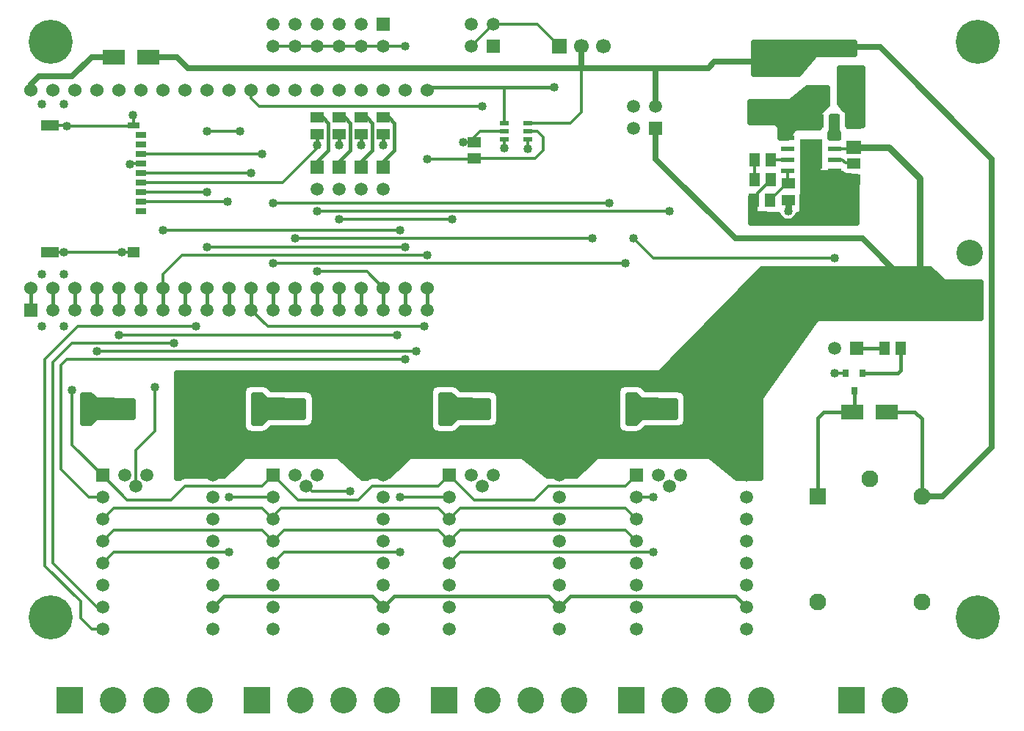
<source format=gbr>
G04 DipTrace 3.3.1.3*
G04 Top.gbr*
%MOIN*%
G04 #@! TF.FileFunction,Copper,L1,Top*
G04 #@! TF.Part,Single*
G04 #@! TA.AperFunction,Conductor*
%ADD14C,0.018*%
%ADD15C,0.015*%
%ADD16C,0.012*%
G04 #@! TA.AperFunction,ViaPad*
%ADD17C,0.03*%
G04 #@! TA.AperFunction,CopperBalancing*
%ADD18C,0.025*%
G04 #@! TA.AperFunction,ComponentPad*
%ADD19C,0.06*%
%ADD26R,0.177165X0.082677*%
%ADD27R,0.051181X0.059055*%
%ADD28R,0.070866X0.062992*%
%ADD30R,0.098425X0.066929*%
G04 #@! TA.AperFunction,ComponentPad*
%ADD31R,0.12X0.12*%
%ADD32C,0.12*%
%ADD33R,0.059055X0.059055*%
%ADD34C,0.059055*%
%ADD35R,0.066929X0.066929*%
%ADD36C,0.066929*%
%ADD37R,0.051181X0.027559*%
%ADD38R,0.07874X0.047244*%
%ADD39R,0.055118X0.047244*%
%ADD40R,0.055118X0.031496*%
G04 #@! TA.AperFunction,ComponentPad*
%ADD41C,0.076772*%
%ADD42R,0.076772X0.076772*%
%ADD43R,0.137795X0.09252*%
G04 #@! TA.AperFunction,ComponentPad*
%ADD44C,0.2*%
%ADD45R,0.031496X0.035433*%
%ADD46R,0.059055X0.051181*%
G04 #@! TA.AperFunction,ComponentPad*
%ADD47R,0.059X0.059*%
%ADD48C,0.059*%
%ADD50R,0.062992X0.024016*%
%ADD51R,0.10315X0.138189*%
%ADD53R,0.043307X0.023622*%
G04 #@! TA.AperFunction,ViaPad*
%ADD54C,0.04*%
%FSLAX26Y26*%
G04*
G70*
G90*
G75*
G01*
G04 Top*
%LPD*%
X1743701Y3143701D2*
D14*
Y3093701D1*
X1843701Y3143701D2*
Y3093701D1*
X1943701Y3143701D2*
Y3093701D1*
X2043701Y3143701D2*
Y3093701D1*
X1268701Y993701D2*
D15*
X1318701Y1043701D1*
X1993701D1*
X2043701Y993701D1*
X2093701Y1043701D1*
X2793701D1*
X2843701Y993701D1*
X2893701Y1043701D1*
X3643701D1*
X3693701Y993701D1*
X2818701Y3356201D2*
X2593701D1*
X2256201D1*
X2243701Y3343701D1*
X943701Y2923622D2*
D16*
X1586122D1*
X1743701Y3081201D1*
Y3093701D1*
X2593701Y3193701D2*
Y3356201D1*
X3881701Y2791701D2*
D17*
Y2843701D1*
X4488189Y1496063D2*
D14*
Y1849213D1*
X4456201Y1881201D1*
X4331201D1*
X4488189Y1496063D2*
D18*
X4583563D1*
X4806201Y1718701D1*
Y3031201D1*
X4299444Y3537958D1*
X4147467D1*
X976181Y3493701D2*
X1106201D1*
X1156201Y3443701D1*
X2943701D1*
X3281201D1*
X3518701D1*
X3547181Y3472181D1*
X3791255D1*
X2943701Y3543701D2*
Y3443701D1*
X3281201Y3268701D2*
Y3443701D1*
X2700000Y3193701D2*
D16*
X2893701D1*
X2943701Y3243701D1*
Y3543701D1*
X3725701Y2843701D2*
Y2856701D1*
X3803701Y2934701D1*
X4147467Y3427722D2*
X4192984D1*
X4207255Y3441992D1*
X4147467Y3427722D2*
X4182525D1*
X4207255Y3402992D1*
X1643701Y2343701D2*
D14*
Y2443701D1*
X2243701Y2343701D2*
Y2443701D1*
X2456201Y3106201D2*
D16*
Y3131201D1*
X2481299Y3156299D1*
X2593701D1*
X528346Y3183465D2*
X603937D1*
X606201Y3181201D1*
X910236Y3183465D2*
Y3227165D1*
X906201Y3231201D1*
X910236Y2605512D2*
X856890D1*
X856201Y2606201D1*
X528346Y2605512D2*
X593012D1*
X593701Y2606201D1*
X2456201Y3106201D2*
X2406201D1*
X943701Y3010236D2*
X897736D1*
X893701Y3006201D1*
X4143898Y2056201D2*
X4093701D1*
X606201Y3181201D2*
X907972D1*
X910236Y3183465D1*
X593701Y2606201D2*
X856201D1*
X1543701Y3543701D2*
X1643701D1*
X1743701D1*
X1843701D1*
X1943701D1*
X2043701D1*
X2143701D1*
X1093701Y2193701D2*
X631201D1*
X543701Y2106201D1*
Y1193701D1*
X743701Y993701D1*
X768701D1*
X1193701Y2268701D2*
X656201D1*
X506201Y2118701D1*
Y1181201D1*
X668701Y1018701D1*
Y943701D1*
X718701Y893701D1*
X768701D1*
X2143701Y2343701D2*
D14*
Y2443701D1*
X768701Y1493701D2*
D16*
X706201D1*
X581201Y1618701D1*
Y2093701D1*
X606201Y2118701D1*
X2143701D1*
X943701Y2880315D2*
X1242815D1*
X1243701Y2631201D2*
X2143701D1*
X2043701Y3218504D2*
D14*
D3*
Y2993701D2*
Y3018701D1*
X2093701Y3068701D1*
Y3193701D1*
X2068898Y3218504D1*
X2043701D1*
X1943701D2*
D3*
Y2993701D2*
Y3018701D1*
X1993701Y3068701D1*
Y3193701D1*
X1968701Y3218701D1*
X1968504Y3218504D1*
X1943701D1*
Y2343701D2*
Y2443701D1*
X1743701Y2343701D2*
Y2443701D1*
X1343701Y2343701D2*
Y2443701D1*
X943701Y2837008D2*
D16*
X1337894D1*
X1143701Y2343701D2*
D14*
Y2443701D1*
X1443701Y2343701D2*
Y2443701D1*
X768701Y1393701D2*
D16*
X818701Y1443701D1*
X1493701D1*
X1543701Y1393701D1*
X2343701D2*
X2293701Y1443701D1*
X1581201D1*
X1531201Y1393701D1*
X1543701D1*
X2343701D2*
X2393701Y1443701D1*
X3143701D1*
X3193701Y1393701D1*
X2231201Y2268701D2*
X1518701D1*
X1443701Y2343701D1*
X943701Y2966929D2*
X1441929D1*
X1243701Y2343701D2*
D14*
Y2443701D1*
X768701Y1293701D2*
D16*
X818701Y1343701D1*
X1493701D1*
X1543701Y1293701D1*
X1593701Y1343701D1*
X2293701D1*
X2343701Y1293701D1*
X2393701Y1343701D1*
X3143701D1*
X3193701Y1293701D1*
X1393701Y3156201D2*
X1243701D1*
X743701Y2343701D2*
D14*
Y2443701D1*
X2193701Y2156201D2*
D16*
X743701D1*
X2993701Y2668701D2*
X1643701D1*
X1843701Y3218504D2*
D14*
D3*
Y2993701D2*
Y3018701D1*
X1893701Y3068701D1*
Y3193701D1*
X1868701Y3218701D1*
X1843898D1*
X1543701Y2343701D2*
Y2443701D1*
X3143701Y2556201D2*
D16*
X1543701D1*
X943701Y3053543D2*
X1493701D1*
X443701Y3343701D2*
D18*
Y3368701D1*
X481201Y3406201D1*
X631201D1*
X718701Y3493701D1*
X818701D1*
X2700000Y3118898D2*
D16*
Y3074902D1*
X4093701Y2581201D2*
X3268701D1*
X3181201Y2668701D1*
X2443701Y3543701D2*
X2543701Y3643701D1*
X2743701D1*
X2843701Y3543701D1*
X1743701Y3218504D2*
D14*
D3*
Y2993701D2*
Y3018701D1*
X1793701Y3068701D1*
Y3193701D1*
X1768898Y3218504D1*
X1743701D1*
X4218701Y2056201D2*
X4381201D1*
X4393504Y2068504D1*
Y2168701D1*
X4181299Y1977461D2*
Y1906299D1*
X4173720Y1898720D1*
Y1881201D1*
X4043701D1*
X4015748Y1853248D1*
Y1496063D1*
X2343701Y1193701D2*
D16*
X2393701Y1243701D1*
X3268701D1*
Y1493701D2*
X3193701D1*
X1443701Y3343701D2*
Y3306201D1*
X1481201Y3268701D1*
X2493701D1*
X2593701Y3081201D2*
Y3118898D1*
X2043701Y2343701D2*
D14*
Y2443701D1*
X1743701Y2518701D2*
D16*
X1968701D1*
X2043701Y2443701D1*
X1843701Y2343701D2*
D14*
Y2443701D1*
X4318701Y2168701D2*
X4193701D1*
X768701Y1193701D2*
D16*
X818701Y1243701D1*
X1343701D1*
Y1493701D2*
X1543701D1*
Y1193701D2*
X1593701Y1243701D1*
X2118701D1*
Y1493701D2*
X2343701D1*
X943701Y2343701D2*
D14*
Y2443701D1*
X843701Y2343701D2*
Y2443701D1*
X2106201Y2231201D2*
D16*
X843701D1*
X643701Y2343701D2*
D14*
Y2443701D1*
X543701Y2343701D2*
Y2443701D1*
X443701Y2343701D2*
Y2443701D1*
X4091344Y3027753D2*
D16*
X4126648D1*
X4141701Y3012701D1*
X4177504D1*
X4180701Y3009504D1*
X1043701Y2343701D2*
D14*
Y2443701D1*
D16*
Y2506201D1*
X1131201Y2593701D1*
X2243701D1*
Y3031201D2*
X2456004D1*
X2456201Y3031398D1*
X2731398D1*
X2768701Y3068701D1*
Y3131201D1*
X2743602Y3156299D1*
X2700000D1*
X918701Y1543701D2*
Y1706201D1*
X1006201Y1793701D1*
Y1993701D1*
X1043701Y2706201D2*
X2118701D1*
X1693701Y1543701D2*
X1718701Y1518701D1*
X1893701D1*
X2356201Y2756201D2*
X1843701D1*
X3343701Y2793701D2*
X1743701D1*
X3068701Y2831201D2*
X1543701D1*
X3803701Y3025701D2*
X3876693D1*
X3878745Y3027753D1*
X3728898Y2934701D2*
Y3025701D1*
X3878745Y2977753D2*
Y2921459D1*
X3881701Y2918504D1*
X3875307D1*
X3800504Y2843701D1*
X1543701Y1593701D2*
X1656201Y1481201D1*
X1931201D1*
X1993701Y1543701D1*
X2293701D1*
X2343701Y1593701D1*
X2456201Y1481201D1*
X2731201D1*
X2793701Y1543701D1*
X3143701D1*
X3193701Y1593701D1*
X768701D2*
X881201Y1481201D1*
X1081201D1*
X1143701Y1543701D1*
X1493701D1*
X1543701Y1593701D1*
X631201Y1981201D2*
Y1731201D1*
X768701Y1593701D1*
X4091344Y3077753D2*
X4173990D1*
X4180701Y3084465D1*
X3281201Y3168701D2*
D18*
Y3031201D1*
X3643701Y2668701D1*
X4218701D1*
X4481201Y2406201D1*
X4549459D1*
X4706201D1*
X4180701Y3084465D2*
D17*
X4340437D1*
X4481201Y2943701D1*
Y2474459D1*
X4549459Y2406201D1*
D54*
X2818701Y3356201D3*
X1093701Y2193701D3*
X1193701Y2268701D3*
X2143701Y2118701D3*
X1242815Y2880315D3*
X1243701Y2631201D3*
X2143701D3*
X2043701Y3218504D3*
X1943701D3*
X1337894Y2837008D3*
X2231201Y2268701D3*
X1441929Y2966929D3*
X1393701Y3156201D3*
X1243701D3*
X2193701Y2156201D3*
X743701D3*
X2993701Y2668701D3*
X1643701D3*
X1843701Y3218504D3*
X3143701Y2556201D3*
X1543701D3*
X1493701Y3053543D3*
X1543701Y2556201D3*
X2700000Y3074902D3*
X4093701Y2581201D3*
X3181201Y2668701D3*
X1743701Y3218504D3*
X3268701Y1243701D3*
Y1493701D3*
X2493701Y3268701D3*
X2593701Y3081201D3*
X1743701Y2518701D3*
X1343701Y1243701D3*
Y1493701D3*
X2118701Y1243701D3*
Y1493701D3*
X2106201Y2231201D3*
X843701D3*
X2243701Y2593701D3*
Y3031201D3*
X1006201Y1993701D3*
X1043701Y2706201D3*
X2118701D3*
X1893701Y1518701D3*
X2356201Y2756201D3*
X1843701D3*
X3343701Y2793701D3*
X1743701D3*
X3068701Y2831201D3*
X1543701D3*
X631201Y1981201D3*
X606201Y3181201D3*
X593701Y2606201D3*
X856201D3*
X906201Y3231201D3*
X2406201Y3106201D3*
X893701Y3006201D3*
X4093701Y2056201D3*
X2143701Y3543701D3*
X493701Y2506201D3*
Y2268701D3*
X593701D3*
Y2506201D3*
X493701Y3281201D3*
X593701D3*
D17*
X3959701Y3090701D3*
X3985701D3*
X4011701D3*
X3959701Y3051701D3*
X3985701D3*
X4011701D3*
X3959701Y3012701D3*
X3985701D3*
X4011701D3*
X4207255Y3441992D3*
Y3402992D3*
D54*
X3881701Y2791701D3*
X3752255Y3545992D3*
X1468701Y1943701D3*
Y1893701D3*
Y1843701D3*
X2318701Y1893701D3*
Y1943701D3*
Y1843701D3*
X693701Y1893701D3*
Y1943701D3*
Y1843701D3*
X3168701Y1893701D3*
Y1943701D3*
Y1843701D3*
X1743701Y3093701D3*
X1843701D3*
X1943701D3*
X2043701D3*
X3728273Y3534623D2*
D18*
X4179253D1*
X3728273Y3509755D2*
X4179253D1*
X3728273Y3484886D2*
X3985585D1*
X3728273Y3460017D2*
X3964378D1*
X3728273Y3435148D2*
X3943207D1*
X3725755Y3559469D2*
Y3415501D1*
X3928755Y3415231D1*
X4004126Y3503488D1*
X4006567Y3505123D1*
X4009323Y3506143D1*
X4012244Y3506492D1*
X4181736D1*
X4181755Y3559480D1*
X3725786Y3559492D1*
X3943411Y3327860D2*
X4057475D1*
X3913592Y3302991D2*
X4057475D1*
X3712533Y3278122D2*
X4057475D1*
X3712533Y3253253D2*
X4034079D1*
X3712533Y3228385D2*
X4019976D1*
X3712533Y3203516D2*
X4019976D1*
X3848031Y3178647D2*
X4019976D1*
X3850005Y3153778D2*
X3894633D1*
X3850005Y3128909D2*
X3876870D1*
X3891209Y3290235D2*
X3709993D1*
X3710014Y3196482D1*
X3824457Y3196344D1*
X3827285Y3195546D1*
X3829849Y3194110D1*
X3836340Y3187837D1*
X3845113Y3178846D1*
X3846549Y3176282D1*
X3847346Y3173454D1*
X3847500Y3162312D1*
Y3127756D1*
X3878528Y3127755D1*
X3907332Y3167768D1*
X3909625Y3169605D1*
X3912283Y3170857D1*
X3915160Y3171453D1*
X4022495Y3171500D1*
X4022633Y3235948D1*
X4023430Y3238776D1*
X4024866Y3241340D1*
X4032636Y3249327D1*
X4059971Y3276661D1*
X4059975Y3352694D1*
X3970756Y3352728D1*
X3897646Y3291999D1*
X3894962Y3290801D1*
X3892070Y3290262D1*
X4118344Y3417623D2*
X4218269D1*
X4118416Y3392755D2*
X4218269D1*
X4118488Y3367886D2*
X4218269D1*
X4118559Y3343017D2*
X4218269D1*
X4118631Y3318148D2*
X4218269D1*
X4118667Y3293280D2*
X4218269D1*
X4130689Y3268411D2*
X4218269D1*
X4152004Y3243542D2*
X4218269D1*
X4156453Y3218673D2*
X4218269D1*
X4156848Y3193804D2*
X4218269D1*
X4137332Y3257728D2*
X4145594D1*
Y3248076D1*
X4151770Y3240693D1*
X4153043Y3238043D1*
X4153663Y3235172D1*
X4154556Y3181484D1*
X4220734Y3181492D1*
X4220755Y3442466D1*
X4115806Y3442492D1*
X4116210Y3282387D1*
X4137336Y3257728D1*
X3955538Y3077886D2*
X4013730D1*
X3955035Y3053017D2*
X4013730D1*
X3954568Y3028148D2*
X4013730D1*
X3954102Y3003280D2*
X4013730D1*
X3953600Y2978411D2*
X4013730D1*
X3953134Y2953542D2*
X4140472D1*
X3952667Y2928673D2*
X4191715D1*
X3952164Y2903804D2*
X4191715D1*
X3951698Y2878936D2*
X4191715D1*
X3714719Y2854067D2*
X3726245D1*
X3951231D2*
X4191715D1*
X3714719Y2829198D2*
X3726245D1*
X3950730D2*
X4191715D1*
X3714719Y2804329D2*
X3726245D1*
X3950262D2*
X4191715D1*
X3714719Y2779461D2*
X3732505D1*
X3943731D2*
X4191715D1*
X3714719Y2754592D2*
X3851175D1*
X3912226D2*
X4191715D1*
X4135213Y2957413D2*
X4124673D1*
Y2962688D1*
X4113283Y2965269D1*
X4026774Y2965423D1*
X4023946Y2966220D1*
X4021382Y2967656D1*
X4019224Y2969651D1*
X4017592Y2972094D1*
X4016575Y2974850D1*
X4016230Y2977769D1*
Y3102753D1*
X3953480Y3102755D1*
X3947336Y2788333D1*
X3946538Y2785505D1*
X3945102Y2782941D1*
X3943108Y2780783D1*
X3940664Y2779151D1*
X3937908Y2778134D1*
X3934990Y2777789D1*
X3926054D1*
X3923133Y2770591D1*
X3919320Y2764369D1*
X3914581Y2758820D1*
X3909033Y2754081D1*
X3902811Y2750269D1*
X3896070Y2747476D1*
X3888975Y2745773D1*
X3881701Y2745201D1*
X3874427Y2745773D1*
X3867332Y2747476D1*
X3860591Y2750269D1*
X3854369Y2754081D1*
X3848820Y2758820D1*
X3844081Y2764369D1*
X3840269Y2770591D1*
X3837349Y2777785D1*
X3739304Y2777942D1*
X3736476Y2778740D1*
X3733912Y2780176D1*
X3731755Y2782171D1*
X3730122Y2784614D1*
X3729105Y2787370D1*
X3728760Y2790289D1*
Y2858433D1*
X3712234Y2857740D1*
X3712201Y2739190D1*
X4194220Y2739201D1*
X4194201Y2949147D1*
X4144568Y2953112D1*
X4142698Y2953717D1*
X4081238Y3196623D2*
X4101214D1*
X4081238Y3171755D2*
X4101214D1*
X4074995Y3146886D2*
X4107458D1*
X4072476Y3147547D2*
Y3127739D1*
X4109963Y3127755D1*
X4109882Y3147661D1*
X4106108Y3151652D1*
X4104672Y3154217D1*
X4103874Y3157045D1*
X4103720Y3166499D1*
Y3221486D1*
X4078722Y3221492D1*
X4078572Y3157045D1*
X4077774Y3154217D1*
X4076339Y3151652D1*
X4072472Y3147568D1*
X3739747Y2506332D2*
X4548386D1*
X3715562Y2481463D2*
X4573253D1*
X3691340Y2456594D2*
X4752710D1*
X3667118Y2431726D2*
X4752710D1*
X3642896Y2406857D2*
X4752710D1*
X3618675Y2381988D2*
X4752710D1*
X3594488Y2357119D2*
X4752710D1*
X3570266Y2332251D2*
X4752710D1*
X3546045Y2307382D2*
X4752710D1*
X3521823Y2282513D2*
X3992862D1*
X3497636Y2257644D2*
X3975100D1*
X3473415Y2232776D2*
X3957337D1*
X3449193Y2207907D2*
X3939575D1*
X3424971Y2183038D2*
X3921811D1*
X3400749Y2158169D2*
X3904049D1*
X3376563Y2133301D2*
X3886251D1*
X3352341Y2108432D2*
X3868488D1*
X3328119Y2083563D2*
X3850724D1*
X3303898Y2058694D2*
X3832962D1*
X1108719Y2033825D2*
X3815199D1*
X1108719Y2008957D2*
X3797437D1*
X1108719Y1984088D2*
X1405899D1*
X1535274D2*
X2255924D1*
X2397751D2*
X3105913D1*
X3235252D2*
X3779675D1*
X1108719Y1959219D2*
X1402706D1*
X1731417D2*
X2252694D1*
X2568954D2*
X3102684D1*
X3418942D2*
X3761912D1*
X1108719Y1934350D2*
X1402706D1*
X1734718D2*
X2252694D1*
X2572184D2*
X3102684D1*
X3422209D2*
X3753694D1*
X1108719Y1909482D2*
X1402706D1*
X1734718D2*
X2252694D1*
X2572184D2*
X3102684D1*
X3422209D2*
X3753694D1*
X1108719Y1884613D2*
X1402706D1*
X1734718D2*
X2252694D1*
X2572184D2*
X3102684D1*
X3422209D2*
X3753694D1*
X1108719Y1859744D2*
X1402706D1*
X1734718D2*
X2252694D1*
X2572184D2*
X3102684D1*
X3422209D2*
X3753694D1*
X1108719Y1834875D2*
X1402706D1*
X1733677D2*
X2252694D1*
X2571178D2*
X3102684D1*
X3421168D2*
X3753694D1*
X1108719Y1810007D2*
X1403710D1*
X1714839D2*
X2253699D1*
X2552340D2*
X3103688D1*
X3402328D2*
X3753694D1*
X1108719Y1785138D2*
X1422335D1*
X1515071D2*
X2272323D1*
X2377547D2*
X3122348D1*
X3215049D2*
X3753694D1*
X1108719Y1760269D2*
X3753694D1*
X1108719Y1735400D2*
X3753694D1*
X1108719Y1710531D2*
X3753694D1*
X1108719Y1685663D2*
X3753694D1*
X1108719Y1660794D2*
X1391403D1*
X1860205D2*
X2140629D1*
X2701080D2*
X2990617D1*
X3551104D2*
X3753694D1*
X1108719Y1635925D2*
X1366283D1*
X1888554D2*
X2115760D1*
X2732192D2*
X2965749D1*
X3582180D2*
X3753694D1*
X1108719Y1611056D2*
X1341201D1*
X1916903D2*
X2090892D1*
X2763266D2*
X2940882D1*
X3613256D2*
X3753694D1*
X1108719Y1586188D2*
X1127976D1*
X1945215D2*
X1977965D1*
X3644367D2*
X3753694D1*
X2555546Y1973539D2*
X2566453D1*
Y1959150D1*
X2568636Y1952689D1*
X2569583Y1946722D1*
X2569701Y1897769D1*
X2569583Y1840680D1*
X2568636Y1834713D1*
X2566765Y1828957D1*
X2566453Y1826558D1*
Y1813862D1*
X2555508D1*
X2551318Y1810874D1*
X2545934Y1808131D1*
X2540189Y1806265D1*
X2534222Y1805319D1*
X2485269Y1805201D1*
X2397173D1*
X2381205Y1789425D1*
X2376318Y1785874D1*
X2370934Y1783131D1*
X2365189Y1781265D1*
X2359222Y1780319D1*
X2310269Y1780201D1*
X2290680Y1780319D1*
X2284713Y1781265D1*
X2278967Y1783131D1*
X2273584Y1785874D1*
X2268697Y1789425D1*
X2264425Y1793697D1*
X2260874Y1798584D1*
X2258131Y1803967D1*
X2256265Y1809713D1*
X2255319Y1815680D1*
X2255201Y1864633D1*
X2255319Y1971722D1*
X2256265Y1977689D1*
X2258131Y1983434D1*
X2260874Y1988818D1*
X2264425Y1993705D1*
X2268697Y1997976D1*
X2273584Y2001528D1*
X2278967Y2004270D1*
X2284713Y2006136D1*
X2290680Y2007083D1*
X2339633Y2007201D1*
X2359222Y2007083D1*
X2365189Y2006136D1*
X2370934Y2004270D1*
X2376318Y2001528D1*
X2381205Y1997976D1*
X2397152Y1982197D1*
X2534222Y1982083D1*
X2540189Y1981136D1*
X2545934Y1979270D1*
X2551318Y1976528D1*
X2553840Y1974841D1*
X3405546Y1973539D2*
X3416453D1*
Y1959150D1*
X3418638Y1952689D1*
X3419583Y1946722D1*
X3419701Y1897769D1*
X3419583Y1840680D1*
X3418638Y1834713D1*
X3416765Y1828957D1*
X3416453Y1826558D1*
Y1813862D1*
X3405508D1*
X3401318Y1810874D1*
X3395934Y1808131D1*
X3390189Y1806264D1*
X3384222Y1805319D1*
X3335269Y1805201D1*
X3234614D1*
X3218705Y1789425D1*
X3213818Y1785874D1*
X3208434Y1783131D1*
X3202689Y1781264D1*
X3196722Y1780319D1*
X3147769Y1780201D1*
X3140680Y1780319D1*
X3134713Y1781264D1*
X3128967Y1783131D1*
X3123584Y1785874D1*
X3118697Y1789425D1*
X3114425Y1793697D1*
X3110874Y1798584D1*
X3108131Y1803967D1*
X3106264Y1809713D1*
X3105319Y1815680D1*
X3105201Y1864633D1*
X3105319Y1971722D1*
X3106264Y1977689D1*
X3108131Y1983434D1*
X3110874Y1988818D1*
X3114425Y1993705D1*
X3118697Y1997976D1*
X3123584Y2001528D1*
X3128967Y2004270D1*
X3134713Y2006138D1*
X3140680Y2007083D1*
X3189633Y2007201D1*
X3196722Y2007083D1*
X3202689Y2006136D1*
X3208434Y2004270D1*
X3213818Y2001528D1*
X3218705Y1997976D1*
X3234652Y1982197D1*
X3384222Y1982083D1*
X3390189Y1981138D1*
X3395934Y1979270D1*
X3401318Y1976528D1*
X3403840Y1974841D1*
X1452887Y2007201D2*
X1496722Y2007083D1*
X1502689Y2006138D1*
X1508434Y2004270D1*
X1513818Y2001528D1*
X1518705Y1997976D1*
X1534652Y1982197D1*
X1696722Y1982083D1*
X1702689Y1981138D1*
X1708434Y1979270D1*
X1713818Y1976528D1*
X1718705Y1972976D1*
X1722976Y1968705D1*
X1726528Y1963818D1*
X1729270Y1958434D1*
X1731138Y1952689D1*
X1732083Y1946722D1*
X1732201Y1897769D1*
X1732083Y1840680D1*
X1731138Y1834713D1*
X1729270Y1828967D1*
X1726528Y1823584D1*
X1722976Y1818697D1*
X1718705Y1814425D1*
X1713818Y1810874D1*
X1708434Y1808131D1*
X1702689Y1806264D1*
X1696722Y1805319D1*
X1647769Y1805201D1*
X1534626D1*
X1518705Y1789425D1*
X1513818Y1785874D1*
X1508434Y1783131D1*
X1502689Y1781265D1*
X1496722Y1780319D1*
X1447769Y1780201D1*
X1440680Y1780319D1*
X1434713Y1781265D1*
X1428967Y1783131D1*
X1423584Y1785874D1*
X1418697Y1789425D1*
X1414425Y1793697D1*
X1410874Y1798584D1*
X1408131Y1803967D1*
X1406265Y1809713D1*
X1405319Y1815680D1*
X1405201Y1864633D1*
X1405319Y1971722D1*
X1406264Y1977689D1*
X1408131Y1983434D1*
X1410874Y1988818D1*
X1414425Y1993705D1*
X1418697Y1997976D1*
X1423584Y2001528D1*
X1428967Y2004270D1*
X1434713Y2006138D1*
X1440680Y2007083D1*
X1452887Y2007201D1*
X4755201Y2306232D2*
Y2468717D1*
X4591745Y2468854D1*
X4588917Y2469652D1*
X4586353Y2471088D1*
X4578366Y2478858D1*
X4526038Y2531186D1*
X3761449Y2531201D1*
X3301945Y2059304D1*
X3299524Y2057640D1*
X3296781Y2056587D1*
X3293864Y2056202D1*
X1106236Y2056201D1*
X1106201Y1581214D1*
X1119717Y1581201D1*
X1126672Y1584814D1*
X1133312Y1586971D1*
X1140210Y1588064D1*
X1180446Y1588201D1*
X1320646D1*
X1412080Y1678584D1*
X1414650Y1680008D1*
X1417482Y1680793D1*
X1446955Y1680899D1*
X1832690Y1680206D1*
X1835517Y1679404D1*
X1838079Y1677965D1*
X1948434Y1581178D1*
X1969717Y1581201D1*
X1976672Y1584814D1*
X1983312Y1586971D1*
X1990210Y1588064D1*
X2030446Y1588201D1*
X2070529D1*
X2161353Y1678814D1*
X2163917Y1680249D1*
X2166745Y1681047D1*
X2177887Y1681201D1*
X2670656Y1681047D1*
X2673484Y1680249D1*
X2676051Y1678811D1*
X2789573Y1588010D1*
X2802887Y1588201D1*
X2920551D1*
X3011353Y1678814D1*
X3013917Y1680249D1*
X3016745Y1681047D1*
X3027887Y1681201D1*
X3520656Y1681047D1*
X3523484Y1680249D1*
X3526051Y1678811D1*
X3648092Y1581196D1*
X3756198Y1581201D1*
X3756354Y1945656D1*
X3757152Y1948484D1*
X3758045Y1950235D1*
X4009130Y2301741D1*
X4011272Y2303755D1*
X4013824Y2305210D1*
X4016646Y2306030D1*
X4027887Y2306201D1*
X4755223D1*
X683719Y1931332D2*
X735882D1*
X683719Y1906463D2*
X903713D1*
X683719Y1881594D2*
X903713D1*
X683719Y1856726D2*
X903713D1*
X683719Y1831857D2*
X711697D1*
X713497Y1956201D2*
X681202D1*
X681201Y1831228D1*
X713520Y1831201D1*
X736353Y1853814D1*
X738917Y1855249D1*
X741745Y1856047D1*
X752887Y1856201D1*
X906220D1*
X906201Y1931222D1*
X741745Y1931354D1*
X738917Y1932152D1*
X736353Y1933588D1*
X728366Y1941358D1*
X713545Y1956180D1*
X1458719Y1931332D2*
X1510882D1*
X1458719Y1906463D2*
X1678713D1*
X1458719Y1881594D2*
X1678713D1*
X1458719Y1856726D2*
X1678713D1*
X1458719Y1831857D2*
X1486697D1*
X1488497Y1956201D2*
X1456202D1*
X1456201Y1831228D1*
X1488520Y1831201D1*
X1511353Y1853814D1*
X1513917Y1855249D1*
X1516745Y1856047D1*
X1527887Y1856201D1*
X1681220D1*
X1681201Y1931222D1*
X1516745Y1931354D1*
X1513917Y1932152D1*
X1511353Y1933588D1*
X1503366Y1941358D1*
X1488545Y1956180D1*
X2308719Y1931332D2*
X2373406D1*
X2308719Y1906463D2*
X2516189D1*
X2308719Y1881594D2*
X2516189D1*
X2308719Y1856726D2*
X2516189D1*
X2308719Y1831857D2*
X2349184D1*
X2350997Y1956201D2*
X2306214D1*
X2306201Y1831228D1*
X2351039Y1831201D1*
X2373853Y1853814D1*
X2376417Y1855249D1*
X2379245Y1856047D1*
X2390387Y1856201D1*
X2518673D1*
X2518701Y1931222D1*
X2379245Y1931354D1*
X2376417Y1932152D1*
X2373853Y1933588D1*
X2365866Y1941358D1*
X2351045Y1956180D1*
X3158719Y1931332D2*
X3210882D1*
X3158719Y1906463D2*
X3366189D1*
X3158719Y1881594D2*
X3366189D1*
X3158719Y1856726D2*
X3366189D1*
X3158719Y1831857D2*
X3186697D1*
X3188497Y1956201D2*
X3156202D1*
X3156201Y1831228D1*
X3188520Y1831201D1*
X3211353Y1853814D1*
X3213917Y1855249D1*
X3216745Y1856047D1*
X3227887Y1856201D1*
X3368732D1*
X3368701Y1931222D1*
X3216745Y1931354D1*
X3213917Y1932152D1*
X3211353Y1933588D1*
X3203366Y1941358D1*
X3188545Y1956180D1*
D26*
X1181102Y1889764D3*
X826772D3*
X1943701Y1893701D3*
X1589370D3*
X2793701D3*
X2439370D3*
X3643701D3*
X3289370D3*
D27*
X4018701Y3201701D3*
X4093504D3*
D28*
X4180701Y3194701D3*
Y3084465D3*
X4147467Y3427722D3*
Y3537958D3*
D27*
X3803701Y3025701D3*
X3728898D3*
D30*
X818701Y3493701D3*
X976181D3*
X4018701Y3318701D3*
X4176181D3*
X4331201Y1881201D3*
X4173720D3*
D31*
X4706201Y2406201D3*
D32*
Y2603051D3*
D33*
X2543701Y3543701D3*
D34*
X2443701D3*
X2543701Y3643701D3*
X2443701D3*
D33*
X443701Y2343701D3*
D34*
X543701D3*
X643701D3*
X743701D3*
X843701D3*
X943701D3*
X1043701D3*
X1143701D3*
X1243701D3*
X1343701D3*
X1443701D3*
X1543701D3*
X1643701D3*
X1743701D3*
X1843701D3*
X1943701D3*
X2043701D3*
X2143701D3*
X2243701D3*
D33*
X2043701Y3643701D3*
D34*
Y3543701D3*
X1943701Y3643701D3*
Y3543701D3*
X1843701Y3643701D3*
Y3543701D3*
X1743701Y3643701D3*
Y3543701D3*
X1643701Y3643701D3*
Y3543701D3*
X1543701Y3643701D3*
Y3543701D3*
D35*
X2843701D3*
D36*
X2943701D3*
X3043701D3*
D37*
X943701Y2793701D3*
Y2837008D3*
Y2880315D3*
Y2923622D3*
Y2966929D3*
Y3010236D3*
Y3053543D3*
Y3096850D3*
Y3140157D3*
D38*
X528346Y2605512D3*
D39*
X910236D3*
D40*
Y3183465D3*
D38*
X528346D3*
D33*
X2043701Y2993701D3*
D34*
Y2893701D3*
D33*
X1943701Y2993701D3*
D34*
Y2893701D3*
D33*
X1843701Y2993701D3*
D34*
Y2893701D3*
D33*
X1743701Y2993701D3*
D34*
Y2893701D3*
D33*
X4193701Y2168701D3*
D34*
X4093701D3*
D41*
X4251969Y1574803D3*
D42*
X4015748Y1496063D3*
D41*
X4488189D3*
X4015748Y1015748D3*
X4488189D3*
D43*
X3791255Y3233992D3*
Y3472181D3*
D44*
X531496Y944882D3*
X4744094Y3562992D3*
X531496D3*
X4744094Y944882D3*
D45*
X4218701Y2056201D3*
X4143898D3*
X4181299Y1977461D3*
D46*
X2456201Y3106201D3*
Y3031398D3*
X2043701Y3143701D3*
Y3218504D3*
X1943701Y3143701D3*
Y3218504D3*
X1843701Y3143701D3*
Y3218504D3*
D27*
X4318701Y2168701D3*
X4393504D3*
D46*
X1743701Y3143701D3*
Y3218504D3*
X3881701Y2843701D3*
Y2918504D3*
D27*
X3725701Y2843701D3*
X3800504D3*
D46*
X4180701Y2934701D3*
Y3009504D3*
D27*
X3803701Y2934701D3*
X3728898D3*
D31*
X4168701Y568701D3*
D32*
X4365551D3*
D31*
X618701D3*
D32*
X815551D3*
X1012402D3*
X1209252D3*
D31*
X1468701D3*
D32*
X1665551D3*
X1862402D3*
X2059252D3*
D31*
X2318701D3*
D32*
X2515551D3*
X2712402D3*
X2909252D3*
D31*
X3168701D3*
D32*
X3365551D3*
X3562402D3*
X3759252D3*
D19*
X443701Y3343701D3*
X543701D3*
X643701D3*
X743701D3*
X843701D3*
X943701D3*
X1043701D3*
X1143701D3*
X1243701D3*
X1343701D3*
X1443701D3*
X1543701D3*
X1643701D3*
X1743701D3*
X1843701D3*
X1943701D3*
X2043701D3*
X2143701D3*
X2243701D3*
X443701Y2443701D3*
X543701D3*
X643701D3*
X743701D3*
X843701D3*
X943701D3*
X1043701D3*
X1143701D3*
X1243701D3*
X1343701D3*
X1443701D3*
X1543701D3*
X1643701D3*
X1743701D3*
X1843701D3*
X1943701D3*
X2043701D3*
X2143701D3*
X2243701D3*
D47*
X768701Y1593701D3*
D48*
Y1493701D3*
Y1393701D3*
Y1293701D3*
Y1193701D3*
Y1093701D3*
Y993701D3*
Y893701D3*
X1268701D3*
Y993701D3*
Y1093701D3*
Y1193701D3*
Y1293701D3*
Y1393701D3*
Y1493701D3*
Y1593701D3*
X868701D3*
X918701Y1543701D3*
X968701Y1593701D3*
D47*
X1543701D3*
D48*
Y1493701D3*
Y1393701D3*
Y1293701D3*
Y1193701D3*
Y1093701D3*
Y993701D3*
Y893701D3*
X2043701D3*
Y993701D3*
Y1093701D3*
Y1193701D3*
Y1293701D3*
Y1393701D3*
Y1493701D3*
Y1593701D3*
X1643701D3*
X1693701Y1543701D3*
X1743701Y1593701D3*
D47*
X2343701D3*
D48*
Y1493701D3*
Y1393701D3*
Y1293701D3*
Y1193701D3*
Y1093701D3*
Y993701D3*
Y893701D3*
X2843701D3*
Y993701D3*
Y1093701D3*
Y1193701D3*
Y1293701D3*
Y1393701D3*
Y1493701D3*
Y1593701D3*
X2443701D3*
X2493701Y1543701D3*
X2543701Y1593701D3*
D47*
X3193701D3*
D48*
Y1493701D3*
Y1393701D3*
Y1293701D3*
Y1193701D3*
Y1093701D3*
Y993701D3*
Y893701D3*
X3693701D3*
Y993701D3*
Y1093701D3*
Y1193701D3*
Y1293701D3*
Y1393701D3*
Y1493701D3*
Y1593701D3*
X3293701D3*
X3343701Y1543701D3*
X3393701Y1593701D3*
D50*
X3878745Y3127753D3*
Y3077753D3*
Y3027753D3*
Y2977753D3*
X4091344D3*
Y3027753D3*
Y3077753D3*
Y3127753D3*
D51*
X3985045Y3052753D3*
D53*
X2593701Y3193701D3*
Y3156299D3*
Y3118898D3*
X2700000D3*
Y3156299D3*
Y3193701D3*
D33*
X3281201Y3168701D3*
D34*
X3181201D3*
X3281201Y3268701D3*
X3181201D3*
M02*

</source>
